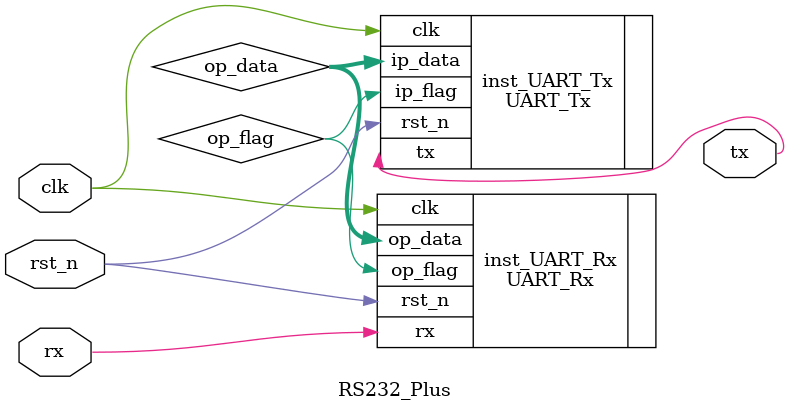
<source format=v>
module RS232_Plus (
	input clk,
	input rst_n,
	input rx,
	output tx
);

	wire [7:0] op_data;
	wire op_flag;

	UART_Rx inst_UART_Rx (
		.clk(clk),
		.rst_n(rst_n),
		.rx(rx),
		.op_data(op_data),
		.op_flag(op_flag)
	);

	UART_Tx inst_UART_Tx (
		.clk(clk),
		.rst_n(rst_n),
		.ip_data(op_data),
		.ip_flag(op_flag),
		.tx(tx)
	);

	
endmodule

</source>
